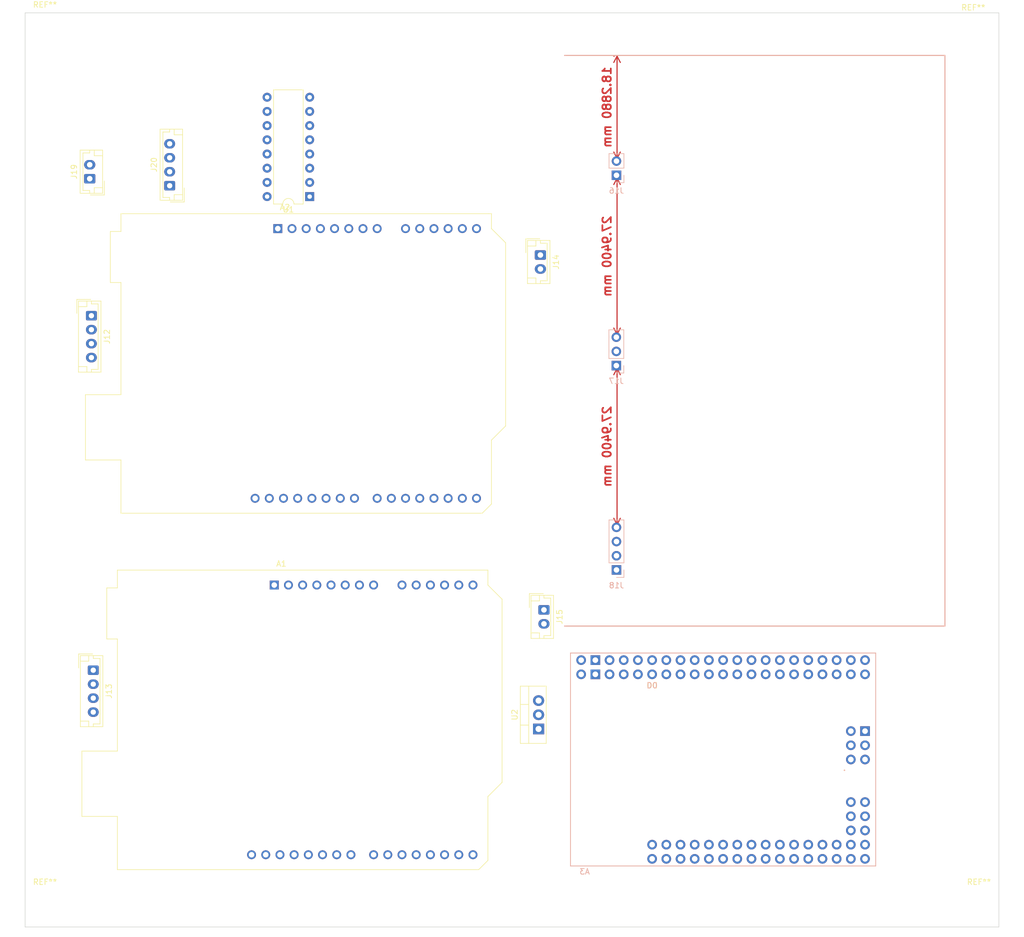
<source format=kicad_pcb>
(kicad_pcb (version 20211014) (generator pcbnew)
  (layers (0 "F.Cu" signal) (31 "B.Cu" signal) (34 "B.Paste" user) (35 "F.Paste" user) (36 "B.SilkS" user "B.Silkscreen") (37 "F.SilkS" user "F.Silkscreen") (38 "B.Mask" user) (39 "F.Mask" user) (44 "Edge.Cuts" user))
  (net 0 "")
  (net 6 "GND")
  (net 7 "/5Vard")
  (net 14 "/Rx2")
  (net 15 "/Tx2")
  (net 40 "/Rx1")
  (net 41 "/Tx1")
  (net 75 "/IO2")
  (net 76 "/IO3")
  (net 77 "/IO4")
  (net 83 "/Tx3")
  (net 84 "/Rx3")
  (net 127 "/GND ext")
  (net 128 "/TxS")
  (net 129 "/RxS")
  (net 130 "+24V")
  (net 131 "/TxB")
  (net 132 "/RxB")
  (net 133 "/GND Ard")
  (net 134 "/5V")
  (net 135 "/IO5")
  (net 136 "/SCL")
  (net 137 "/SDA")
  (net 146 "/EN485")
  (net 147 "/MUX_ena")
  (net 148 "/MUX_1sel")
  (net 149 "/MUX_2sel")
  (net 150 "/Y0")
  (net 151 "/Y1")
  (net 152 "/Y2")
  (net 153 "/Y3")
  (net 154 "/5VExt")
  (footprint "MountingHole:MountingHole_3.5mm" (layer "F.Cu") (at 191.516 180.848)
    (fp_text reference "REF**" (at 0 -4.5) (layer "F.SilkS"))
    (fp_text value "MountingHole_3.5mm")
    (pad "" np_thru_hole circle (at 0 0) (size 3.5 3.5) (drill 3.5) (layers *.Cu *.Mask))
  )
  (footprint "Connector_JST:JST_EH_B2B-EH-A_1x02_P2.50mm_Vertical" (layer "F.Cu") (at 113.03 64.161 -90)
    (fp_text reference "J14" (at 1.25 -2.8 90) (layer "F.SilkS"))
    (fp_text value "Eingang - obere Pins")
    (fp_line (start -2.11 0) (end -2.11 -1.21) (layer "F.SilkS") (width 0.12))
    (fp_line (start 4.61 -1.21) (end 4.61 0) (layer "F.SilkS") (width 0.12))
    (fp_line (start 4.11 0.81) (end 4.11 2.31) (layer "F.SilkS") (width 0.12))
    (fp_line (start -2.91 0.11) (end -2.91 2.61) (layer "F.SilkS") (width 0.12))
    (fp_line (start -2.91 2.61) (end -0.41 2.61) (layer "F.SilkS") (width 0.12))
    (fp_line (start -2.61 -1.71) (end -2.61 2.31) (layer "F.SilkS") (width 0.12))
    (fp_line (start -2.61 2.31) (end 5.11 2.31) (layer "F.SilkS") (width 0.12))
    (fp_line (start 5.11 -1.71) (end -2.61 -1.71) (layer "F.SilkS") (width 0.12))
    (fp_line (start 4.61 0) (end 5.11 0) (layer "F.SilkS") (width 0.12))
    (fp_line (start 5.11 0.81) (end 4.11 0.81) (layer "F.SilkS") (width 0.12))
    (fp_line (start -2.11 -1.21) (end 4.61 -1.21) (layer "F.SilkS") (width 0.12))
    (fp_line (start -1.61 0.81) (end -1.61 2.31) (layer "F.SilkS") (width 0.12))
    (fp_line (start 5.11 2.31) (end 5.11 -1.71) (layer "F.SilkS") (width 0.12))
    (fp_line (start -2.61 0.81) (end -1.61 0.81) (layer "F.SilkS") (width 0.12))
    (fp_line (start -2.61 0) (end -2.11 0) (layer "F.SilkS") (width 0.12))
    (pad "1" thru_hole roundrect (at 0 0 270) (size 1.7 2) (drill 1) (layers *.Cu *.Mask) (roundrect_rratio 0.147059) (net 128 "/TxS"))
    (pad "2" thru_hole oval (at 2.5 0 270) (size 1.7 2) (drill 1) (layers *.Cu *.Mask) (net 129 "/RxS"))
  )
  (footprint "MountingHole:MountingHole_3.5mm" (layer "F.Cu") (at 24.384 180.848)
    (fp_text reference "REF**" (at 0 -4.5) (layer "F.SilkS"))
    (fp_text value "MountingHole_3.5mm")
    (pad "" np_thru_hole circle (at 0 0) (size 3.5 3.5) (drill 3.5) (layers *.Cu *.Mask))
  )
  (footprint "Module:Arduino_UNO_R2" (layer "F.Cu") (at 66.04 59.436)
    (fp_text reference "A2" (at 1.27 -3.81 180) (layer "F.SilkS"))
    (fp_text value "RS485 Shield For Arduino")
    (fp_line (start 40.77 2.54) (end 38.23 0) (layer "F.SilkS") (width 0.12))
    (fp_line (start -34.42 41.4) (end -28.07 41.4) (layer "F.SilkS") (width 0.12))
    (fp_line (start -29.97 0.51) (end -29.97 9.65) (layer "F.SilkS") (width 0.12))
    (fp_line (start 38.23 49.28) (end 38.23 37.85) (layer "F.SilkS") (width 0.12))
    (fp_line (start -28.07 41.4) (end -28.07 50.93) (layer "F.SilkS") (width 0.12))
    (fp_line (start 38.23 37.85) (end 40.77 35.31) (layer "F.SilkS") (width 0.12))
    (fp_line (start -28.07 29.72) (end -34.42 29.72) (layer "F.SilkS") (width 0.12))
    (fp_line (start -28.07 9.65) (end -28.07 29.72) (layer "F.SilkS") (width 0.12))
    (fp_line (start 36.58 50.93) (end 38.23 49.28) (layer "F.SilkS") (width 0.12))
    (fp_line (start -28.07 0.51) (end -29.97 0.51) (layer "F.SilkS") (width 0.12))
    (fp_line (start 40.77 35.31) (end 40.77 2.54) (layer "F.SilkS") (width 0.12))
    (fp_line (start -28.07 50.93) (end 36.58 50.93) (layer "F.SilkS") (width 0.12))
    (fp_line (start 38.23 -2.67) (end -28.07 -2.67) (layer "F.SilkS") (width 0.12))
    (fp_line (start -29.97 9.65) (end -28.07 9.65) (layer "F.SilkS") (width 0.12))
    (fp_line (start -28.07 -2.67) (end -28.07 0.51) (layer "F.SilkS") (width 0.12))
    (fp_line (start -34.42 29.72) (end -34.42 41.4) (layer "F.SilkS") (width 0.12))
    (fp_line (start 38.23 0) (end 38.23 -2.67) (layer "F.SilkS") (width 0.12))
    (pad "1" thru_hole rect (at 0 0 90) (size 1.6 1.6) (drill 1) (layers *.Cu *.Mask))
    (pad "2" thru_hole oval (at 2.54 0 90) (size 1.6 1.6) (drill 1) (layers *.Cu *.Mask))
    (pad "3" thru_hole oval (at 5.08 0 90) (size 1.6 1.6) (drill 1) (layers *.Cu *.Mask))
    (pad "4" thru_hole oval (at 7.62 0 90) (size 1.6 1.6) (drill 1) (layers *.Cu *.Mask))
    (pad "5" thru_hole oval (at 10.16 0 90) (size 1.6 1.6) (drill 1) (layers *.Cu *.Mask))
    (pad "6" thru_hole oval (at 12.7 0 90) (size 1.6 1.6) (drill 1) (layers *.Cu *.Mask) (net 6 "GND"))
    (pad "7" thru_hole oval (at 15.24 0 90) (size 1.6 1.6) (drill 1) (layers *.Cu *.Mask) (net 6 "GND"))
    (pad "8" thru_hole oval (at 17.78 0 90) (size 1.6 1.6) (drill 1) (layers *.Cu *.Mask) (net 7 "/5Vard"))
    (pad "9" thru_hole oval (at 22.86 0 90) (size 1.6 1.6) (drill 1) (layers *.Cu *.Mask))
    (pad "10" thru_hole oval (at 25.4 0 90) (size 1.6 1.6) (drill 1) (layers *.Cu *.Mask))
    (pad "11" thru_hole oval (at 27.94 0 90) (size 1.6 1.6) (drill 1) (layers *.Cu *.Mask))
    (pad "12" thru_hole oval (at 30.48 0 90) (size 1.6 1.6) (drill 1) (layers *.Cu *.Mask))
    (pad "13" thru_hole oval (at 33.02 0 90) (size 1.6 1.6) (drill 1) (layers *.Cu *.Mask))
    (pad "14" thru_hole oval (at 35.56 0 90) (size 1.6 1.6) (drill 1) (layers *.Cu *.Mask))
    (pad "15" thru_hole oval (at 35.56 48.26 90) (size 1.6 1.6) (drill 1) (layers *.Cu *.Mask) (net 40 "/Rx1"))
    (pad "16" thru_hole oval (at 33.02 48.26 90) (size 1.6 1.6) (drill 1) (layers *.Cu *.Mask) (net 41 "/Tx1"))
    (pad "17" thru_hole oval (at 30.48 48.26 90) (size 1.6 1.6) (drill 1) (layers *.Cu *.Mask))
    (pad "18" thru_hole oval (at 27.94 48.26 90) (size 1.6 1.6) (drill 1) (layers *.Cu *.Mask) (net 146 "/EN485"))
    (pad "19" thru_hole oval (at 25.4 48.26 90) (size 1.6 1.6) (drill 1) (layers *.Cu *.Mask))
    (pad "20" thru_hole oval (at 22.86 48.26 90) (size 1.6 1.6) (drill 1) (layers *.Cu *.Mask))
    (pad "21" thru_hole oval (at 20.32 48.26 90) (size 1.6 1.6) (drill 1) (layers *.Cu *.Mask))
    (pad "22" thru_hole oval (at 17.78 48.26 90) (size 1.6 1.6) (drill 1) (layers *.Cu *.Mask))
    (pad "23" thru_hole oval (at 13.72 48.26 90) (size 1.6 1.6) (drill 1) (layers *.Cu *.Mask))
    (pad "24" thru_hole oval (at 11.18 48.26 90) (size 1.6 1.6) (drill 1) (layers *.Cu *.Mask))
    (pad "25" thru_hole oval (at 8.64 48.26 90) (size 1.6 1.6) (drill 1) (layers *.Cu *.Mask))
    (pad "26" thru_hole oval (at 6.1 48.26 90) (size 1.6 1.6) (drill 1) (layers *.Cu *.Mask))
    (pad "27" thru_hole oval (at 3.56 48.26 90) (size 1.6 1.6) (drill 1) (layers *.Cu *.Mask))
    (pad "28" thru_hole oval (at 1.02 48.26 90) (size 1.6 1.6) (drill 1) (layers *.Cu *.Mask))
    (pad "29" thru_hole oval (at -1.52 48.26 90) (size 1.6 1.6) (drill 1) (layers *.Cu *.Mask) (net 6 "GND"))
    (pad "30" thru_hole oval (at -4.06 48.26 90) (size 1.6 1.6) (drill 1) (layers *.Cu *.Mask))
  )
  (footprint "Package_TO_SOT_THT:TO-220-3_Vertical" (layer "F.Cu") (at 112.705 148.971 90)
    (fp_text reference "U2" (at 2.54 -4.27 90) (layer "F.SilkS"))
    (fp_text value "L7805")
    (fp_line (start 7.66 -3.27) (end 7.66 1.371) (layer "F.SilkS") (width 0.12))
    (fp_line (start 4.391 -3.27) (end 4.391 -1.76) (layer "F.SilkS") (width 0.12))
    (fp_line (start -2.58 -3.27) (end -2.58 1.371) (layer "F.SilkS") (width 0.12))
    (fp_line (start -2.58 -1.76) (end 7.66 -1.76) (layer "F.SilkS") (width 0.12))
    (fp_line (start 0.69 -3.27) (end 0.69 -1.76) (layer "F.SilkS") (width 0.12))
    (fp_line (start -2.58 -3.27) (end 7.66 -3.27) (layer "F.SilkS") (width 0.12))
    (fp_line (start -2.58 1.371) (end 7.66 1.371) (layer "F.SilkS") (width 0.12))
    (pad "1" thru_hole rect (at 0 0 90) (size 1.905 2) (drill 1.1) (layers *.Cu *.Mask) (net 130 "+24V"))
    (pad "2" thru_hole oval (at 2.54 0 90) (size 1.905 2) (drill 1.1) (layers *.Cu *.Mask) (net 6 "GND"))
    (pad "3" thru_hole oval (at 5.08 0 90) (size 1.905 2) (drill 1.1) (layers *.Cu *.Mask) (net 154 "/5VExt"))
  )
  (footprint "Connector_JST:JST_EH_B4B-EH-A_1x04_P2.50mm_Vertical" (layer "F.Cu") (at 32.685 75.016 -90)
    (fp_text reference "J12" (at 3.75 -2.8 90) (layer "F.SilkS"))
    (fp_text value "Sensor")
    (fp_line (start -1.61 0.81) (end -1.61 2.31) (layer "F.SilkS") (width 0.12))
    (fp_line (start -2.11 0) (end -2.11 -1.21) (layer "F.SilkS") (width 0.12))
    (fp_line (start -2.11 -1.21) (end 9.61 -1.21) (layer "F.SilkS") (width 0.12))
    (fp_line (start -2.91 0.11) (end -2.91 2.61) (layer "F.SilkS") (width 0.12))
    (fp_line (start -2.91 2.61) (end -0.41 2.61) (layer "F.SilkS") (width 0.12))
    (fp_line (start -2.61 0) (end -2.11 0) (layer "F.SilkS") (width 0.12))
    (fp_line (start 9.61 0) (end 10.11 0) (layer "F.SilkS") (width 0.12))
    (fp_line (start 9.11 0.81) (end 9.11 2.31) (layer "F.SilkS") (width 0.12))
    (fp_line (start -2.61 0.81) (end -1.61 0.81) (layer "F.SilkS") (width 0.12))
    (fp_line (start -2.61 -1.71) (end -2.61 2.31) (layer "F.SilkS") (width 0.12))
    (fp_line (start -2.61 2.31) (end 10.11 2.31) (layer "F.SilkS") (width 0.12))
    (fp_line (start 10.11 0.81) (end 9.11 0.81) (layer "F.SilkS") (width 0.12))
    (fp_line (start 10.11 -1.71) (end -2.61 -1.71) (layer "F.SilkS") (width 0.12))
    (fp_line (start 9.61 -1.21) (end 9.61 0) (layer "F.SilkS") (width 0.12))
    (fp_line (start 10.11 2.31) (end 10.11 -1.71) (layer "F.SilkS") (width 0.12))
    (pad "1" thru_hole roundrect (at 0 0 270) (size 1.7 1.95) (drill 0.95) (layers *.Cu *.Mask) (roundrect_rratio 0.147059) (net 127 "/GND ext"))
    (pad "2" thru_hole oval (at 2.5 0 270) (size 1.7 1.95) (drill 0.95) (layers *.Cu *.Mask) (net 128 "/TxS"))
    (pad "3" thru_hole oval (at 5 0 270) (size 1.7 1.95) (drill 0.95) (layers *.Cu *.Mask) (net 129 "/RxS"))
    (pad "4" thru_hole oval (at 7.5 0 270) (size 1.7 1.95) (drill 0.95) (layers *.Cu *.Mask) (net 130 "+24V"))
  )
  (footprint "Connector_JST:JST_EH_B4B-EH-A_1x04_P2.50mm_Vertical" (layer "F.Cu") (at 46.69 51.756 90)
    (fp_text reference "J20" (at 3.75 -2.8 90) (layer "F.SilkS"))
    (fp_text value "MUX_output")
    (fp_line (start -2.61 0.81) (end -1.61 0.81) (layer "F.SilkS") (width 0.12))
    (fp_line (start -2.11 0) (end -2.11 -1.21) (layer "F.SilkS") (width 0.12))
    (fp_line (start 9.11 0.81) (end 9.11 2.31) (layer "F.SilkS") (width 0.12))
    (fp_line (start 9.61 0) (end 10.11 0) (layer "F.SilkS") (width 0.12))
    (fp_line (start -2.91 2.61) (end -0.41 2.61) (layer "F.SilkS") (width 0.12))
    (fp_line (start -2.61 -1.71) (end -2.61 2.31) (layer "F.SilkS") (width 0.12))
    (fp_line (start 10.11 2.31) (end 10.11 -1.71) (layer "F.SilkS") (width 0.12))
    (fp_line (start -2.91 0.11) (end -2.91 2.61) (layer "F.SilkS") (width 0.12))
    (fp_line (start -2.61 0) (end -2.11 0) (layer "F.SilkS") (width 0.12))
    (fp_line (start 9.61 -1.21) (end 9.61 0) (layer "F.SilkS") (width 0.12))
    (fp_line (start 10.11 0.81) (end 9.11 0.81) (layer "F.SilkS") (width 0.12))
    (fp_line (start -1.61 0.81) (end -1.61 2.31) (layer "F.SilkS") (width 0.12))
    (fp_line (start -2.11 -1.21) (end 9.61 -1.21) (layer "F.SilkS") (width 0.12))
    (fp_line (start -2.61 2.31) (end 10.11 2.31) (layer "F.SilkS") (width 0.12))
    (fp_line (start 10.11 -1.71) (end -2.61 -1.71) (layer "F.SilkS") (width 0.12))
    (pad "1" thru_hole roundrect (at 0 0 90) (size 1.7 1.95) (drill 0.95) (layers *.Cu *.Mask) (roundrect_rratio 0.147059) (net 150 "/Y0"))
    (pad "2" thru_hole oval (at 2.5 0 90) (size 1.7 1.95) (drill 0.95) (layers *.Cu *.Mask) (net 151 "/Y1"))
    (pad "3" thru_hole oval (at 5 0 90) (size 1.7 1.95) (drill 0.95) (layers *.Cu *.Mask) (net 152 "/Y2"))
    (pad "4" thru_hole oval (at 7.5 0 90) (size 1.7 1.95) (drill 0.95) (layers *.Cu *.Mask) (net 153 "/Y3"))
  )
  (footprint "Module:Arduino_UNO_R2" (layer "F.Cu") (at 65.405 123.216)
    (fp_text reference "A1" (at 1.27 -3.81 180) (layer "F.SilkS"))
    (fp_text value "RS232 Shield For Arduino")
    (fp_line (start -29.97 9.65) (end -28.07 9.65) (layer "F.SilkS") (width 0.12))
    (fp_line (start 40.77 2.54) (end 38.23 0) (layer "F.SilkS") (width 0.12))
    (fp_line (start -28.07 -2.67) (end -28.07 0.51) (layer "F.SilkS") (width 0.12))
    (fp_line (start 36.58 50.93) (end 38.23 49.28) (layer "F.SilkS") (width 0.12))
    (fp_line (start 38.23 -2.67) (end -28.07 -2.67) (layer "F.SilkS") (width 0.12))
    (fp_line (start -28.07 0.51) (end -29.97 0.51) (layer "F.SilkS") (width 0.12))
    (fp_line (start -34.42 29.72) (end -34.42 41.4) (layer "F.SilkS") (width 0.12))
    (fp_line (start -34.42 41.4) (end -28.07 41.4) (layer "F.SilkS") (width 0.12))
    (fp_line (start 40.77 35.31) (end 40.77 2.54) (layer "F.SilkS") (width 0.12))
    (fp_line (start -29.97 0.51) (end -29.97 9.65) (layer "F.SilkS") (width 0.12))
    (fp_line (start 38.23 49.28) (end 38.23 37.85) (layer "F.SilkS") (width 0.12))
    (fp_line (start -28.07 9.65) (end -28.07 29.72) (layer "F.SilkS") (width 0.12))
    (fp_line (start -28.07 41.4) (end -28.07 50.93) (layer "F.SilkS") (width 0.12))
    (fp_line (start -28.07 29.72) (end -34.42 29.72) (layer "F.SilkS") (width 0.12))
    (fp_line (start -28.07 50.93) (end 36.58 50.93) (layer "F.SilkS") (width 0.12))
    (fp_line (start 38.23 0) (end 38.23 -2.67) (layer "F.SilkS") (width 0.12))
    (fp_line (start 38.23 37.85) (end 40.77 35.31) (layer "F.SilkS") (width 0.12))
    (pad "1" thru_hole rect (at 0 0 90) (size 1.6 1.6) (drill 1) (layers *.Cu *.Mask))
    (pad "2" thru_hole oval (at 2.54 0 90) (size 1.6 1.6) (drill 1) (layers *.Cu *.Mask))
    (pad "3" thru_hole oval (at 5.08 0 90) (size 1.6 1.6) (drill 1) (layers *.Cu *.Mask))
    (pad "4" thru_hole oval (at 7.62 0 90) (size 1.6 1.6) (drill 1) (layers *.Cu *.Mask))
    (pad "5" thru_hole oval (at 10.16 0 90) (size 1.6 1.6) (drill 1) (layers *.Cu *.Mask))
    (pad "6" thru_hole oval (at 12.7 0 90) (size 1.6 1.6) (drill 1) (layers *.Cu *.Mask) (net 6 "GND"))
    (pad "7" thru_hole oval (at 15.24 0 90) (size 1.6 1.6) (drill 1) (layers *.Cu *.Mask) (net 6 "GND"))
    (pad "8" thru_hole oval (at 17.78 0 90) (size 1.6 1.6) (drill 1) (layers *.Cu *.Mask) (net 7 "/5Vard"))
    (pad "9" thru_hole oval (at 22.86 0 90) (size 1.6 1.6) (drill 1) (layers *.Cu *.Mask))
    (pad "10" thru_hole oval (at 25.4 0 90) (size 1.6 1.6) (drill 1) (layers *.Cu *.Mask))
    (pad "11" thru_hole oval (at 27.94 0 90) (size 1.6 1.6) (drill 1) (layers *.Cu *.Mask))
    (pad "12" thru_hole oval (at 30.48 0 90) (size 1.6 1.6) (drill 1) (layers *.Cu *.Mask))
    (pad "13" thru_hole oval (at 33.02 0 90) (size 1.6 1.6) (drill 1) (layers *.Cu *.Mask))
    (pad "14" thru_hole oval (at 35.56 0 90) (size 1.6 1.6) (drill 1) (layers *.Cu *.Mask))
    (pad "15" thru_hole oval (at 35.56 48.26 90) (size 1.6 1.6) (drill 1) (layers *.Cu *.Mask) (net 14 "/Rx2"))
    (pad "16" thru_hole oval (at 33.02 48.26 90) (size 1.6 1.6) (drill 1) (layers *.Cu *.Mask) (net 15 "/Tx2"))
    (pad "17" thru_hole oval (at 30.48 48.26 90) (size 1.6 1.6) (drill 1) (layers *.Cu *.Mask))
    (pad "18" thru_hole oval (at 27.94 48.26 90) (size 1.6 1.6) (drill 1) (layers *.Cu *.Mask))
    (pad "19" thru_hole oval (at 25.4 48.26 90) (size 1.6 1.6) (drill 1) (layers *.Cu *.Mask))
    (pad "20" thru_hole oval (at 22.86 48.26 90) (size 1.6 1.6) (drill 1) (layers *.Cu *.Mask))
    (pad "21" thru_hole oval (at 20.32 48.26 90) (size 1.6 1.6) (drill 1) (layers *.Cu *.Mask))
    (pad "22" thru_hole oval (at 17.78 48.26 90) (size 1.6 1.6) (drill 1) (layers *.Cu *.Mask))
    (pad "23" thru_hole oval (at 13.72 48.26 90) (size 1.6 1.6) (drill 1) (layers *.Cu *.Mask))
    (pad "24" thru_hole oval (at 11.18 48.26 90) (size 1.6 1.6) (drill 1) (layers *.Cu *.Mask))
    (pad "25" thru_hole oval (at 8.64 48.26 90) (size 1.6 1.6) (drill 1) (layers *.Cu *.Mask))
    (pad "26" thru_hole oval (at 6.1 48.26 90) (size 1.6 1.6) (drill 1) (layers *.Cu *.Mask))
    (pad "27" thru_hole oval (at 3.56 48.26 90) (size 1.6 1.6) (drill 1) (layers *.Cu *.Mask))
    (pad "28" thru_hole oval (at 1.02 48.26 90) (size 1.6 1.6) (drill 1) (layers *.Cu *.Mask))
    (pad "29" thru_hole oval (at -1.52 48.26 90) (size 1.6 1.6) (drill 1) (layers *.Cu *.Mask) (net 6 "GND"))
    (pad "30" thru_hole oval (at -4.06 48.26 90) (size 1.6 1.6) (drill 1) (layers *.Cu *.Mask))
  )
  (footprint "Package_DIP:DIP-16_W7.62mm" (layer "F.Cu") (at 71.745 53.706 180)
    (fp_text reference "U1" (at 3.81 -2.33) (layer "F.SilkS"))
    (fp_text value "74HC139P")
    (fp_line (start 1.16 19.11) (end 6.46 19.11) (layer "F.SilkS") (width 0.12))
    (fp_line (start 6.46 19.11) (end 6.46 -1.33) (layer "F.SilkS") (width 0.12))
    (fp_line (start 1.16 -1.33) (end 1.16 19.11) (layer "F.SilkS") (width 0.12))
    (fp_line (start 2.81 -1.33) (end 1.16 -1.33) (layer "F.SilkS") (width 0.12))
    (fp_line (start 6.46 -1.33) (end 4.81 -1.33) (layer "F.SilkS") (width 0.12))
    (fp_arc (start 4.81 -1.33) (mid 3.81 -0.33) (end 2.81 -1.33) (layer "F.SilkS") (width 0.12))
    (pad "1" thru_hole rect (at 0 0 180) (size 1.6 1.6) (drill 0.8) (layers *.Cu *.Mask) (net 147 "/MUX_ena"))
    (pad "2" thru_hole oval (at 0 2.54 180) (size 1.6 1.6) (drill 0.8) (layers *.Cu *.Mask) (net 148 "/MUX_1sel"))
    (pad "3" thru_hole oval (at 0 5.08 180) (size 1.6 1.6) (drill 0.8) (layers *.Cu *.Mask) (net 149 "/MUX_2sel"))
    (pad "4" thru_hole oval (at 0 7.62 180) (size 1.6 1.6) (drill 0.8) (layers *.Cu *.Mask) (net 150 "/Y0"))
    (pad "5" thru_hole oval (at 0 10.16 180) (size 1.6 1.6) (drill 0.8) (layers *.Cu *.Mask) (net 151 "/Y1"))
    (pad "6" thru_hole oval (at 0 12.7 180) (size 1.6 1.6) (drill 0.8) (layers *.Cu *.Mask) (net 152 "/Y2"))
    (pad "7" thru_hole oval (at 0 15.24 180) (size 1.6 1.6) (drill 0.8) (layers *.Cu *.Mask) (net 153 "/Y3"))
    (pad "8" thru_hole oval (at 0 17.78 180) (size 1.6 1.6) (drill 0.8) (layers *.Cu *.Mask) (net 6 "GND"))
    (pad "9" thru_hole oval (at 7.62 17.78 180) (size 1.6 1.6) (drill 0.8) (layers *.Cu *.Mask))
    (pad "10" thru_hole oval (at 7.62 15.24 180) (size 1.6 1.6) (drill 0.8) (layers *.Cu *.Mask))
    (pad "11" thru_hole oval (at 7.62 12.7 180) (size 1.6 1.6) (drill 0.8) (layers *.Cu *.Mask))
    (pad "12" thru_hole oval (at 7.62 10.16 180) (size 1.6 1.6) (drill 0.8) (layers *.Cu *.Mask))
    (pad "13" thru_hole oval (at 7.62 7.62 180) (size 1.6 1.6) (drill 0.8) (layers *.Cu *.Mask))
    (pad "14" thru_hole oval (at 7.62 5.08 180) (size 1.6 1.6) (drill 0.8) (layers *.Cu *.Mask))
    (pad "15" thru_hole oval (at 7.62 2.54 180) (size 1.6 1.6) (drill 0.8) (layers *.Cu *.Mask))
    (pad "16" thru_hole oval (at 7.62 0 180) (size 1.6 1.6) (drill 0.8) (layers *.Cu *.Mask) (net 7 "/5Vard"))
  )
  (footprint "MountingHole:MountingHole_3.5mm" (layer "F.Cu") (at 24.384 23.876)
    (fp_text reference "REF**" (at 0 -4.5) (layer "F.SilkS"))
    (fp_text value "MountingHole_3.5mm")
    (pad "" np_thru_hole circle (at 0 0) (size 3.5 3.5) (drill 3.5) (layers *.Cu *.Mask))
  )
  (footprint "MountingHole:MountingHole_3.5mm" (layer "F.Cu") (at 190.5 24.384)
    (fp_text reference "REF**" (at 0 -4.5) (layer "F.SilkS"))
    (fp_text value "MountingHole_3.5mm")
    (pad "" np_thru_hole circle (at 0 0) (size 3.5 3.5) (drill 3.5) (layers *.Cu *.Mask))
  )
  (footprint "Connector_JST:JST_EH_B2B-EH-A_1x02_P2.50mm_Vertical" (layer "F.Cu") (at 32.385 50.506 90)
    (fp_text reference "J19" (at 1.25 -2.8 90) (layer "F.SilkS"))
    (fp_text value "Ext. versorgung conn")
    (fp_line (start 5.11 -1.71) (end -2.61 -1.71) (layer "F.SilkS") (width 0.12))
    (fp_line (start -2.61 2.31) (end 5.11 2.31) (layer "F.SilkS") (width 0.12))
    (fp_line (start -2.91 2.61) (end -0.41 2.61) (layer "F.SilkS") (width 0.12))
    (fp_line (start 4.61 -1.21) (end 4.61 0) (layer "F.SilkS") (width 0.12))
    (fp_line (start -2.11 -1.21) (end 4.61 -1.21) (layer "F.SilkS") (width 0.12))
    (fp_line (start 5.11 0.81) (end 4.11 0.81) (layer "F.SilkS") (width 0.12))
    (fp_line (start 5.11 2.31) (end 5.11 -1.71) (layer "F.SilkS") (width 0.12))
    (fp_line (start -2.11 0) (end -2.11 -1.21) (layer "F.SilkS") (width 0.12))
    (fp_line (start -2.91 0.11) (end -2.91 2.61) (layer "F.SilkS") (width 0.12))
    (fp_line (start 4.11 0.81) (end 4.11 2.31) (layer "F.SilkS") (width 0.12))
    (fp_line (start 4.61 0) (end 5.11 0) (layer "F.SilkS") (width 0.12))
    (fp_line (start -1.61 0.81) (end -1.61 2.31) (layer "F.SilkS") (width 0.12))
    (fp_line (start -2.61 -1.71) (end -2.61 2.31) (layer "F.SilkS") (width 0.12))
    (fp_line (start -2.61 0) (end -2.11 0) (layer "F.SilkS") (width 0.12))
    (fp_line (start -2.61 0.81) (end -1.61 0.81) (layer "F.SilkS") (width 0.12))
    (pad "1" thru_hole roundrect (at 0 0 90) (size 1.7 2) (drill 1) (layers *.Cu *.Mask) (roundrect_rratio 0.147059) (net 6 "GND"))
    (pad "2" thru_hole oval (at 2.5 0 90) (size 1.7 2) (drill 1) (layers *.Cu *.Mask) (net 130 "+24V"))
  )
  (footprint "Connector_JST:JST_EH_B2B-EH-A_1x02_P2.50mm_Vertical" (layer "F.Cu") (at 113.665 127.661 -90)
    (fp_text reference "J15" (at 1.25 -2.8 90) (layer "F.SilkS"))
    (fp_text value "Eingang - obere Pins")
    (fp_line (start 4.61 -1.21) (end 4.61 0) (layer "F.SilkS") (width 0.12))
    (fp_line (start -2.11 -1.21) (end 4.61 -1.21) (layer "F.SilkS") (width 0.12))
    (fp_line (start 5.11 0.81) (end 4.11 0.81) (layer "F.SilkS") (width 0.12))
    (fp_line (start 5.11 2.31) (end 5.11 -1.71) (layer "F.SilkS") (width 0.12))
    (fp_line (start -1.61 0.81) (end -1.61 2.31) (layer "F.SilkS") (width 0.12))
    (fp_line (start 4.61 0) (end 5.11 0) (layer "F.SilkS") (width 0.12))
    (fp_line (start 4.11 0.81) (end 4.11 2.31) (layer "F.SilkS") (width 0.12))
    (fp_line (start -2.91 2.61) (end -0.41 2.61) (layer "F.SilkS") (width 0.12))
    (fp_line (start 5.11 -1.71) (end -2.61 -1.71) (layer "F.SilkS") (width 0.12))
    (fp_line (start -2.91 0.11) (end -2.91 2.61) (layer "F.SilkS") (width 0.12))
    (fp_line (start -2.11 0) (end -2.11 -1.21) (layer "F.SilkS") (width 0.12))
    (fp_line (start -2.61 0.81) (end -1.61 0.81) (layer "F.SilkS") (width 0.12))
    (fp_line (start -2.61 2.31) (end 5.11 2.31) (layer "F.SilkS") (width 0.12))
    (fp_line (start -2.61 0) (end -2.11 0) (layer "F.SilkS") (width 0.12))
    (fp_line (start -2.61 -1.71) (end -2.61 2.31) (layer "F.SilkS") (width 0.12))
    (pad "1" thru_hole roundrect (at 0 0 270) (size 1.7 2) (drill 1) (layers *.Cu *.Mask) (roundrect_rratio 0.147059) (net 131 "/TxB"))
    (pad "2" thru_hole oval (at 2.5 0 270) (size 1.7 2) (drill 1) (layers *.Cu *.Mask) (net 132 "/RxB"))
  )
  (footprint "Connector_JST:JST_EH_B4B-EH-A_1x04_P2.50mm_Vertical" (layer "F.Cu") (at 33.02 138.456 -90)
    (fp_text reference "J13" (at 3.75 -2.8 90) (layer "F.SilkS"))
    (fp_text value "Bomba")
    (fp_line (start 10.11 0.81) (end 9.11 0.81) (layer "F.SilkS") (width 0.12))
    (fp_line (start 10.11 2.31) (end 10.11 -1.71) (layer "F.SilkS") (width 0.12))
    (fp_line (start 10.11 -1.71) (end -2.61 -1.71) (layer "F.SilkS") (width 0.12))
    (fp_line (start -2.61 0.81) (end -1.61 0.81) (layer "F.SilkS") (width 0.12))
    (fp_line (start -2.11 -1.21) (end 9.61 -1.21) (layer "F.SilkS") (width 0.12))
    (fp_line (start -2.11 0) (end -2.11 -1.21) (layer "F.SilkS") (width 0.12))
    (fp_line (start -2.91 2.61) (end -0.41 2.61) (layer "F.SilkS") (width 0.12))
    (fp_line (start -2.91 0.11) (end -2.91 2.61) (layer "F.SilkS") (width 0.12))
    (fp_line (start 9.61 0) (end 10.11 0) (layer "F.SilkS") (width 0.12))
    (fp_line (start -2.61 0) (end -2.11 0) (layer "F.SilkS") (width 0.12))
    (fp_line (start 9.61 -1.21) (end 9.61 0) (layer "F.SilkS") (width 0.12))
    (fp_line (start 9.11 0.81) (end 9.11 2.31) (layer "F.SilkS") (width 0.12))
    (fp_line (start -2.61 2.31) (end 10.11 2.31) (layer "F.SilkS") (width 0.12))
    (fp_line (start -1.61 0.81) (end -1.61 2.31) (layer "F.SilkS") (width 0.12))
    (fp_line (start -2.61 -1.71) (end -2.61 2.31) (layer "F.SilkS") (width 0.12))
    (pad "1" thru_hole roundrect (at 0 0 270) (size 1.7 1.95) (drill 0.95) (layers *.Cu *.Mask) (roundrect_rratio 0.147059) (net 127 "/GND ext"))
    (pad "2" thru_hole oval (at 2.5 0 270) (size 1.7 1.95) (drill 0.95) (layers *.Cu *.Mask) (net 131 "/TxB"))
    (pad "3" thru_hole oval (at 5 0 270) (size 1.7 1.95) (drill 0.95) (layers *.Cu *.Mask) (net 132 "/RxB"))
    (pad "4" thru_hole oval (at 7.5 0 270) (size 1.7 1.95) (drill 0.95) (layers *.Cu *.Mask) (net 130 "+24V"))
  )
  (footprint "Arduino:Footprint_Mega2560_Pro_Socket" (layer "B.Cu") (at 118.417 173.482)
    (fp_text reference "A3" (at 2.54 1.016) (layer "B.SilkS") (effects (justify mirror)))
    (fp_text value "Arduino_Mega2560_R3_Shield")
    (fp_text user "." (at 49.022 -17.526) (layer "B.SilkS") (effects (justify mirror)))
    (fp_text user "D0" (at 14.605 -32.385 180 unlocked) (layer "B.SilkS") (effects (justify mirror)))
    (fp_text user "." (at 49.022 -17.526) (layer "F.SilkS"))
    (fp_text user "D0" (at 14.605 -32.385 180 unlocked) (layer "F.SilkS"))
    (fp_line (start 0 -38.1) (end 54.61 -38.1) (layer "B.SilkS") (width 0.15))
    (fp_line (start 0 0) (end 54.61 0) (layer "B.SilkS") (width 0.15))
    (fp_line (start 0 0) (end 0 -38.1) (layer "B.SilkS") (width 0.15))
    (fp_line (start 54.61 0) (end 54.61 -38.1) (layer "B.SilkS") (width 0.15))
    (pad "" np_thru_hole circle (at 13.5382 -8.382) (size 3.2 3.2) (drill 3.2) (layers F&B.Cu *.Mask))
    (pad "" np_thru_hole circle (at 51.562 -15.24) (size 3.2 3.2) (drill 3.2) (layers F&B.Cu *.Mask))
    (pad "3V31" thru_hole oval (at 9.525 -34.29) (size 1.7272 1.7272) (drill 1.016) (layers *.Cu *.Mask))
    (pad "3V32" thru_hole oval (at 9.525 -36.83) (size 1.7272 1.7272) (drill 1.016) (layers *.Cu *.Mask))
    (pad "5V1" thru_hole oval (at 6.985 -34.29) (size 1.7272 1.7272) (drill 1.016) (layers *.Cu *.Mask) (net 7 "/5Vard"))
    (pad "5V2" thru_hole oval (at 52.705 -19.05) (size 1.7272 1.7272) (drill 1.016) (layers *.Cu *.Mask))
    (pad "5V3" thru_hole oval (at 6.985 -36.83) (size 1.7272 1.7272) (drill 1.016) (layers *.Cu *.Mask))
    (pad "A0" thru_hole oval (at 14.605 -1.27) (size 1.7272 1.7272) (drill 1.016) (layers *.Cu *.Mask))
    (pad "A1" thru_hole oval (at 14.605 -3.81) (size 1.7272 1.7272) (drill 1.016) (layers *.Cu *.Mask))
    (pad "A2" thru_hole oval (at 17.145 -1.27) (size 1.7272 1.7272) (drill 1.016) (layers *.Cu *.Mask))
    (pad "A3" thru_hole oval (at 17.145 -3.81) (size 1.7272 1.7272) (drill 1.016) (layers *.Cu *.Mask))
    (pad "A4" thru_hole oval (at 19.685 -1.27) (size 1.7272 1.7272) (drill 1.016) (layers *.Cu *.Mask))
    (pad "A5" thru_hole oval (at 19.685 -3.81) (size 1.7272 1.7272) (drill 1.016) (layers *.Cu *.Mask))
    (pad "A6" thru_hole oval (at 22.225 -1.27) (size 1.7272 1.7272) (drill 1.016) (layers *.Cu *.Mask))
    (pad "A7" thru_hole oval (at 22.225 -3.81) (size 1.7272 1.7272) (drill 1.016) (layers *.Cu *.Mask))
    (pad "A8" thru_hole oval (at 24.765 -1.27) (size 1.7272 1.7272) (drill 1.016) (layers *.Cu *.Mask))
    (pad "A9" thru_hole oval (at 24.765 -3.81) (size 1.7272 1.7272) (drill 1.016) (layers *.Cu *.Mask))
    (pad "A10" thru_hole oval (at 27.305 -1.27) (size 1.7272 1.7272) (drill 1.016) (layers *.Cu *.Mask))
    (pad "A11" thru_hole oval (at 27.305 -3.81) (size 1.7272 1.7272) (drill 1.016) (layers *.Cu *.Mask))
    (pad "A12" thru_hole oval (at 29.845 -1.27) (size 1.7272 1.7272) (drill 1.016) (layers *.Cu *.Mask))
    (pad "A13" thru_hole oval (at 29.845 -3.81) (size 1.7272 1.7272) (drill 1.016) (layers *.Cu *.Mask))
    (pad "A14" thru_hole oval (at 32.385 -1.27) (size 1.7272 1.7272) (drill 1.016) (layers *.Cu *.Mask))
    (pad "A15" thru_hole oval (at 32.385 -3.81) (size 1.7272 1.7272) (drill 1.016) (layers *.Cu *.Mask))
    (pad "AREF" thru_hole oval (at 12.065 -34.29) (size 1.7272 1.7272) (drill 1.016) (layers *.Cu *.Mask))
    (pad "D0" thru_hole oval (at 14.605 -34.29) (size 1.7272 1.7272) (drill 1.016) (layers *.Cu *.Mask))
    (pad "D1" thru_hole oval (at 14.605 -36.83) (size 1.7272 1.7272) (drill 1.016) (layers *.Cu *.Mask))
    (pad "D2" thru_hole oval (at 17.145 -34.29) (size 1.7272 1.7272) (drill 1.016) (layers *.Cu *.Mask) (net 75 "/IO2"))
    (pad "D3" thru_hole oval (at 17.145 -36.83) (size 1.7272 1.7272) (drill 1.016) (layers *.Cu *.Mask) (net 76 "/IO3"))
    (pad "D4" thru_hole oval (at 19.685 -34.29) (size 1.7272 1.7272) (drill 1.016) (layers *.Cu *.Mask) (net 77 "/IO4"))
    (pad "D5" thru_hole oval (at 19.685 -36.83) (size 1.7272 1.7272) (drill 1.016) (layers *.Cu *.Mask))
    (pad "D6" thru_hole oval (at 22.225 -34.29) (size 1.7272 1.7272) (drill 1.016) (layers *.Cu *.Mask) (net 146 "/EN485"))
    (pad "D7" thru_hole oval (at 22.225 -36.83) (size 1.7272 1.7272) (drill 1.016) (layers *.Cu *.Mask) (net 147 "/MUX_ena"))
    (pad "D8" thru_hole oval (at 24.765 -34.29) (size 1.7272 1.7272) (drill 1.016) (layers *.Cu *.Mask) (net 148 "/MUX_1sel"))
    (pad "D9" thru_hole oval (at 24.765 -36.83) (size 1.7272 1.7272) (drill 1.016) (layers *.Cu *.Mask) (net 149 "/MUX_2sel"))
    (pad "D10" thru_hole oval (at 27.305 -34.29) (size 1.7272 1.7272) (drill 1.016) (layers *.Cu *.Mask))
    (pad "D11" thru_hole oval (at 27.305 -36.83) (size 1.7272 1.7272) (drill 1.016) (layers *.Cu *.Mask))
    (pad "D12" thru_hole oval (at 29.845 -34.29) (size 1.7272 1.7272) (drill 1.016) (layers *.Cu *.Mask))
    (pad "D13" thru_hole oval (at 29.845 -36.83) (size 1.7272 1.7272) (drill 1.016) (layers *.Cu *.Mask))
    (pad "D14" thru_hole oval (at 32.385 -34.29) (size 1.7272 1.7272) (drill 1.016) (layers *.Cu *.Mask) (net 83 "/Tx3"))
    (pad "D15" thru_hole oval (at 32.385 -36.83) (size 1.7272 1.7272) (drill 1.016) (layers *.Cu *.Mask) (net 84 "/Rx3"))
    (pad "D16" thru_hole oval (at 34.925 -34.29) (size 1.7272 1.7272) (drill 1.016) (layers *.Cu *.Mask) (net 15 "/Tx2"))
    (pad "D17" thru_hole oval (at 34.925 -36.83) (size 1.7272 1.7272) (drill 1.016) (layers *.Cu *.Mask) (net 14 "/Rx2"))
    (pad "D18" thru_hole oval (at 37.465 -34.29) (size 1.7272 1.7272) (drill 1.016) (layers *.Cu *.Mask))
    (pad "D19" thru_hole oval (at 37.465 -36.83) (size 1.7272 1.7272) (drill 1.016) (layers *.Cu *.Mask))
    (pad "D20" thru_hole oval (at 40.005 -34.29) (size 1.7272 1.7272) (drill 1.016) (layers *.Cu *.Mask))
    (pad "D21" thru_hole oval (at 40.005 -36.83) (size 1.7272 1.7272) (drill 1.016) (layers *.Cu *.Mask))
    (pad "D22" thru_hole oval (at 42.545 -34.29) (size 1.7272 1.7272) (drill 1.016) (layers *.Cu *.Mask))
    (pad "D23" thru_hole oval (at 42.545 -36.83) (size 1.7272 1.7272) (drill 1.016) (layers *.Cu *.Mask))
    (pad "D24" thru_hole oval (at 45.085 -34.29) (size 1.7272 1.7272) (drill 1.016) (layers *.Cu *.Mask))
    (pad "D25" thru_hole oval (at 45.085 -36.83) (size 1.7272 1.7272) (drill 1.016) (layers *.Cu *.Mask))
    (pad "D26" thru_hole oval (at 47.625 -34.29) (size 1.7272 1.7272) (drill 1.016) (layers *.Cu *.Mask))
    (pad "D27" thru_hole oval (at 47.625 -36.83) (size 1.7272 1.7272) (drill 1.016) (layers *.Cu *.Mask))
    (pad "D28" thru_hole oval (at 50.165 -34.29) (size 1.7272 1.7272) (drill 1.016) (layers *.Cu *.Mask))
    (pad "D29" thru_hole oval (at 50.165 -36.83) (size 1.7272 1.7272) (drill 1.016) (layers *.Cu *.Mask))
    (pad "D30" thru_hole oval (at 52.705 -34.29) (size 1.7272 1.7272) (drill 1.016) (layers *.Cu *.Mask))
    (pad "D31" thru_hole oval (at 52.705 -36.83) (size 1.7272 1.7272) (drill 1.016) (layers *.Cu *.Mask))
    (pad "D32" thru_hole oval (at 34.925 -1.27) (size 1.7272 1.7272) (drill 1.016) (layers *.Cu *.Mask))
    (pad "D33" thru_hole oval (at 34.925 -3.81) (size 1.7272 1.7272) (drill 1.016) (layers *.Cu *.Mask))
    (pad "D34" thru_hole oval (at 37.465 -1.27) (size 1.7272 1.7272) (drill 1.016) (layers *.Cu *.Mask))
    (pad "D35" thru_hole oval (at 37.465 -3.81) (size 1.7272 1.7272) (drill 1.016) (layers *.Cu *.Mask))
    (pad "D36" thru_hole oval (at 40.005 -1.27) (size 1.7272 1.7272) (drill 1.016) (layers *.Cu *.Mask))
    (pad "D37" thru_hole oval (at 40.005 -3.81) (size 1.7272 1.7272) (drill 1.016) (layers *.Cu *.Mask))
    (pad "D38" thru_hole oval (at 42.545 -1.27) (size 1.7272 1.7272) (drill 1.016) (layers *.Cu *.Mask))
    (pad "D39" thru_hole oval (at 42.545 -3.81) (size 1.7272 1.7272) (drill 1.016) (layers *.Cu *.Mask))
    (pad "D40" thru_hole oval (at 45.085 -1.27) (size 1.7272 1.7272) (drill 1.016) (layers *.Cu *.Mask))
    (pad "D41" thru_hole oval (at 45.085 -3.81) (size 1.7272 1.7272) (drill 1.016) (layers *.Cu *.Mask))
    (pad "D42" thru_hole oval (at 47.625 -1.27) (size 1.7272 1.7272) (drill 1.016) (layers *.Cu *.Mask))
    (pad "D43" thru_hole oval (at 47.625 -3.81) (size 1.7272 1.7272) (drill 1.016) (layers *.Cu *.Mask))
    (pad "D44" thru_hole oval (at 50.165 -1.27) (size 1.7272 1.7272) (drill 1.016) (layers *.Cu *.Mask))
    (pad "D45" thru_hole oval (at 50.165 -3.81) (size 1.7272 1.7272) (drill 1.016) (layers *.Cu *.Mask))
    (pad "D46" thru_hole oval (at 52.705 -1.27) (size 1.7272 1.7272) (drill 1.016) (layers *.Cu *.Mask))
    (pad "D47" thru_hole oval (at 52.705 -3.81) (size 1.7272 1.7272) (drill 1.016) (layers *.Cu *.Mask))
    (pad "D48" thru_hole oval (at 52.705 -6.35) (size 1.7272 1.7272) (drill 1.016) (layers *.Cu *.Mask))
    (pad "D49" thru_hole oval (at 50.165 -6.35) (size 1.7272 1.7272) (drill 1.016) (layers *.Cu *.Mask))
    (pad "D50" thru_hole oval (at 52.705 -8.89) (size 1.7272 1.7272) (drill 1.016) (layers *.Cu *.Mask))
    (pad "D51" thru_hole oval (at 50.165 -8.89) (size 1.7272 1.7272) (drill 1.016) (layers *.Cu *.Mask))
    (pad "D52" thru_hole oval (at 52.705 -11.43) (size 1.7272 1.7272) (drill 1.016) (layers *.Cu *.Mask))
    (pad "D53" thru_hole oval (at 50.165 -11.43) (size 1.7272 1.7272) (drill 1.016) (layers *.Cu *.Mask))
    (pad "GND1" thru_hole rect (at 4.445 -34.29) (size 1.7272 1.7272) (drill 1.016) (layers *.Cu *.Mask) (net 6 "GND"))
    (pad "GND2" thru_hole rect (at 4.445 -36.83) (size 1.7272 1.7272) (drill 1.016) (layers *.Cu *.Mask) (net 6 "GND"))
    (pad "GND4" thru_hole rect (at 52.705 -24.13) (size 1.7272 1.7272) (drill 1.016) (layers *.Cu *.Mask))
    (pad "MISO" thru_hole oval (at 50.165 -19.05) (size 1.7272 1.7272) (drill 1.016) (layers *.Cu *.Mask))
    (pad "MOSI" thru_hole oval (at 52.705 -21.59) (size 1.7272 1.7272) (drill 1.016) (layers *.Cu *.Mask))
    (pad "RST1" thru_hole oval (at 12.065 -36.83) (size 1.7272 1.7272) (drill 1.016) (layers *.Cu *.Mask))
    (pad "RST2" thru_hole oval (at 50.165 -24.13) (size 1.7272 1.7272) (drill 1.016) (layers *.Cu *.Mask))
    (pad "SCK" thru_hole oval (at 50.165 -21.59) (size 1.7272 1.7272) (drill 1.016) (layers *.Cu *.Mask))
    (pad "VIN1" thru_hole oval (at 1.905 -34.29) (size 1.7272 1.7272) (drill 1.016) (layers *.Cu *.Mask))
    (pad "VIN2" thru_hole oval (at 1.905 -36.83) (size 1.7272 1.7272) (drill 1.016) (layers *.Cu *.Mask))
  )
  (footprint "Connector_PinSocket_2.54mm:PinSocket_1x02_P2.54mm_Vertical" (layer "B.Cu") (at 126.644 49.891)
    (fp_text reference "J16" (at 0 2.77) (layer "B.SilkS") (effects (justify mirror)))
    (fp_text value "Power")
    (fp_line (start 0 1.33) (end 1.33 1.33) (layer "B.SilkS") (width 0.12))
    (fp_line (start -1.33 -3.87) (end 1.33 -3.87) (layer "B.SilkS") (width 0.12))
    (fp_line (start 1.33 -1.27) (end 1.33 -3.87) (layer "B.SilkS") (width 0.12))
    (fp_line (start 1.33 1.33) (end 1.33 0) (layer "B.SilkS") (width 0.12))
    (fp_line (start -1.33 -1.27) (end 1.33 -1.27) (layer "B.SilkS") (width 0.12))
    (fp_line (start -1.33 -1.27) (end -1.33 -3.87) (layer "B.SilkS") (width 0.12))
    (pad "1" thru_hole rect (at 0 0) (size 1.7 1.7) (drill 1) (layers *.Cu *.Mask) (net 133 "/GND Ard"))
    (pad "2" thru_hole oval (at 0 -2.54) (size 1.7 1.7) (drill 1) (layers *.Cu *.Mask) (net 134 "/5V"))
  )
  (footprint "Connector_PinSocket_2.54mm:PinSocket_1x04_P2.54mm_Vertical" (layer "B.Cu") (at 126.644 120.513)
    (fp_text reference "J18" (at 0 2.77) (layer "B.SilkS") (effects (justify mirror)))
    (fp_text value "Data")
    (fp_line (start 0 1.33) (end 1.33 1.33) (layer "B.SilkS") (width 0.12))
    (fp_line (start 1.33 1.33) (end 1.33 0) (layer "B.SilkS") (width 0.12))
    (fp_line (start -1.33 -1.27) (end 1.33 -1.27) (layer "B.SilkS") (width 0.12))
    (fp_line (start 1.33 -1.27) (end 1.33 -8.95) (layer "B.SilkS") (width 0.12))
    (fp_line (start -1.33 -8.95) (end 1.33 -8.95) (layer "B.SilkS") (width 0.12))
    (fp_line (start -1.33 -1.27) (end -1.33 -8.95) (layer "B.SilkS") (width 0.12))
    (pad "1" thru_hole rect (at 0 0) (size 1.7 1.7) (drill 1) (layers *.Cu *.Mask) (net 77 "/IO4"))
    (pad "2" thru_hole oval (at 0 -2.54) (size 1.7 1.7) (drill 1) (layers *.Cu *.Mask) (net 76 "/IO3"))
    (pad "3" thru_hole oval (at 0 -5.08) (size 1.7 1.7) (drill 1) (layers *.Cu *.Mask) (net 75 "/IO2"))
    (pad "4" thru_hole oval (at 0 -7.62) (size 1.7 1.7) (drill 1) (layers *.Cu *.Mask))
  )
  (footprint "Connector_PinSocket_2.54mm:PinSocket_1x03_P2.54mm_Vertical" (layer "B.Cu") (at 126.619 83.947)
    (fp_text reference "J17" (at 0 2.77) (layer "B.SilkS") (effects (justify mirror)))
    (fp_text value "Control")
    (fp_line (start -1.33 -1.27) (end 1.33 -1.27) (layer "B.SilkS") (width 0.12))
    (fp_line (start 0 1.33) (end 1.33 1.33) (layer "B.SilkS") (width 0.12))
    (fp_line (start 1.33 1.33) (end 1.33 0) (layer "B.SilkS") (width 0.12))
    (fp_line (start -1.33 -6.41) (end 1.33 -6.41) (layer "B.SilkS") (width 0.12))
    (fp_line (start 1.33 -1.27) (end 1.33 -6.41) (layer "B.SilkS") (width 0.12))
    (fp_line (start -1.33 -1.27) (end -1.33 -6.41) (layer "B.SilkS") (width 0.12))
    (pad "1" thru_hole rect (at 0 0) (size 1.7 1.7) (drill 1) (layers *.Cu *.Mask) (net 135 "/IO5"))
    (pad "2" thru_hole oval (at 0 -2.54) (size 1.7 1.7) (drill 1) (layers *.Cu *.Mask) (net 136 "/SCL"))
    (pad "3" thru_hole oval (at 0 -5.08) (size 1.7 1.7) (drill 1) (layers *.Cu *.Mask) (net 137 "/SDA"))
  )
  (gr_line (start 185.42 130.556) (end 117.348 130.556) (layer "B.SilkS") (width 0.2))
  (gr_line (start 185.42 28.448) (end 117.348 28.448) (layer "B.SilkS") (width 0.2))
  (gr_line (start 185.42 130.556) (end 185.42 28.448) (layer "B.SilkS") (width 0.2))
  (gr_line (start 195.072 184.404) (end 195.072 20.828) (layer "Edge.Cuts") (width 0.1))
  (gr_line (start 20.828 184.404) (end 195.072 184.404) (layer "Edge.Cuts") (width 0.1))
  (gr_line (start 20.828 20.828) (end 20.828 184.404) (layer "Edge.Cuts") (width 0.1))
  (gr_line (start 195.072 20.828) (end 20.828 20.828) (layer "Edge.Cuts") (width 0.1))
  (dimension (type aligned) (layer "F.Cu") (pts (xy 127.254 78.359) (xy 127.254 50.419)) (height -0.508) (gr_text "27,9400 mm" (at 124.946 64.389 90) (layer "F.Cu") (effects (font (size 1.5 1.5) (thickness 0.3)) (justify mirror))) (format (units 3) (units_format 1) (precision 4)) (style (thickness 0.2) (arrow_length 1.27) (text_position_mode 0) (extension_height 0.58642) (extension_offset 0.5) keep_text_aligned))
  (dimension (type aligned) (layer "F.Cu") (pts (xy 126.746 46.863) (xy 126.746 28.575)) (height 0) (gr_text "18,2880 mm" (at 124.946 37.719 90) (layer "F.Cu") (effects (font (size 1.5 1.5) (thickness 0.3)) (justify mirror))) (format (units 3) (units_format 1) (precision 4)) (style (thickness 0.2) (arrow_length 1.27) (text_position_mode 0) (extension_height 0.58642) (extension_offset 0.5) keep_text_aligned))
  (dimension (type aligned) (layer "F.Cu") (pts (xy 127.254 112.395) (xy 127.254 84.455)) (height -0.508) (gr_text "27,9400 mm" (at 124.946 98.425 90) (layer "F.Cu") (effects (font (size 1.5 1.5) (thickness 0.3)) (justify mirror))) (format (units 3) (units_format 1) (precision 4)) (style (thickness 0.2) (arrow_length 1.27) (text_position_mode 0) (extension_height 0.58642) (extension_offset 0.5) keep_text_aligned))
)
</source>
